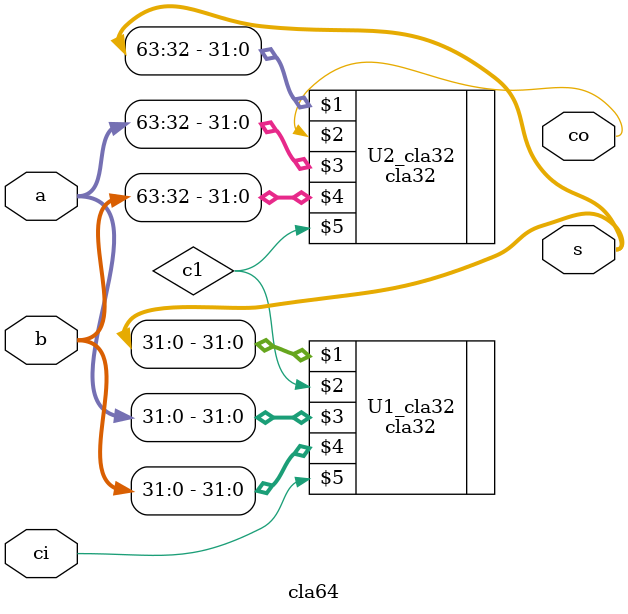
<source format=v>
module cla64(s, co, a, b, ci);		//cla 64-bits
	input [63:0] a, b;
	input ci;
	output [63:0] s;
	output co;
	
	wire c1;
	
	cla32 U1_cla32(s[31:0], c1, a[31:0], b[31:0], ci);
	cla32 U2_cla32(s[63:32], co, a[63:32], b[63:32], c1);
endmodule
	
</source>
